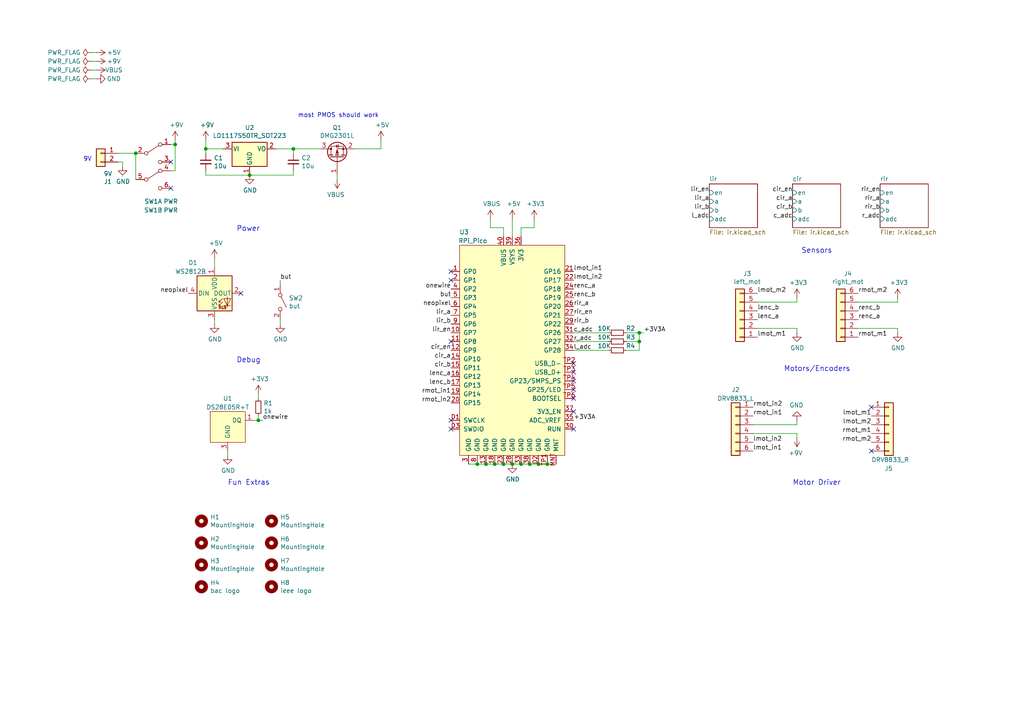
<source format=kicad_sch>
(kicad_sch (version 20231120) (generator "eeschema") (generator_version "8.0")
  (paper "A4")
  (title_block (title "MMv3") (rev "1"))
  (lib_symbols
    (symbol "Connector_Generic:Conn_01x02" (pin_names (offset 1.016) hide)
      (property "Reference" "J" (at 0 2.54 0))
      (property "Value" "Conn_01x02" (at 0 -5.08 0))
      (symbol "Conn_01x02_1_1"
        (rectangle (start -1.27 -2.413) (end 0 -2.667) (stroke (width 0.1524)))
        (rectangle (start -1.27 0.127) (end 0 -0.127) (stroke (width 0.1524)))
        (rectangle (start -1.27 1.27) (end 1.27 -3.81) (stroke (width 0.254)) (fill (type background)))
        (pin passive line (at -5.08 0 0) (length 3.81) (name "Pin_1") (number "1"))
        (pin passive line (at -5.08 -2.54 0) (length 3.81) (name "Pin_2") (number "2"))
      )
    )
    (symbol "Connector_Generic:Conn_01x06" (pin_names (offset 1.016) hide)
      (property "Reference" "J" (at 0 7.62 0))
      (property "Value" "Conn_01x06" (at 0 -10.16 0))
      (symbol "Conn_01x06_1_1"
        (rectangle (start -1.27 -7.493) (end 0 -7.747) (stroke (width 0.1524)))
        (rectangle (start -1.27 -4.953) (end 0 -5.207) (stroke (width 0.1524)))
        (rectangle (start -1.27 -2.413) (end 0 -2.667) (stroke (width 0.1524)))
        (rectangle (start -1.27 0.127) (end 0 -0.127) (stroke (width 0.1524)))
        (rectangle (start -1.27 2.667) (end 0 2.413) (stroke (width 0.1524)))
        (rectangle (start -1.27 5.207) (end 0 4.953) (stroke (width 0.1524)))
        (rectangle (start -1.27 6.35) (end 1.27 -8.89) (stroke (width 0.254)) (fill (type background)))
        (pin passive line (at -5.08 5.08 0) (length 3.81) (name "Pin_1") (number "1"))
        (pin passive line (at -5.08 2.54 0) (length 3.81) (name "Pin_2") (number "2"))
        (pin passive line (at -5.08 0 0) (length 3.81) (name "Pin_3") (number "3"))
        (pin passive line (at -5.08 -2.54 0) (length 3.81) (name "Pin_4") (number "4"))
        (pin passive line (at -5.08 -5.08 0) (length 3.81) (name "Pin_5") (number "5"))
        (pin passive line (at -5.08 -7.62 0) (length 3.81) (name "Pin_6") (number "6"))
      )
    )
    (symbol "Device:C_Small" (pin_numbers hide) (pin_names (offset 0.254) hide)
      (property "Reference" "C" (at 0.254 1.778 0))
      (property "Value" "C_Small" (at 0.254 -2.032 0))
      (symbol "C_Small_0_1"
        (polyline (pts (xy -1.524 -0.508) (xy 1.524 -0.508)) (stroke (width 0.3302)))
        (polyline (pts (xy -1.524 0.508) (xy 1.524 0.508)) (stroke (width 0.3048)))
      )
      (symbol "C_Small_1_1"
        (pin passive line (at 0 2.54 270) (length 2.032) (name "~") (number "1"))
        (pin passive line (at 0 -2.54 90) (length 2.032) (name "~") (number "2"))
      )
    )
    (symbol "Device:R_Small" (pin_numbers hide) (pin_names (offset 0.254) hide)
      (property "Reference" "R" (at 0.762 0.508 0))
      (property "Value" "R_Small" (at 0.762 -1.016 0))
      (symbol "R_Small_0_1"
        (rectangle (start -0.762 1.778) (end 0.762 -1.778) (stroke (width 0.2032)))
      )
      (symbol "R_Small_1_1"
        (pin passive line (at 0 2.54 270) (length 0.762) (name "~") (number "1"))
        (pin passive line (at 0 -2.54 90) (length 0.762) (name "~") (number "2"))
      )
    )
    (symbol "LED:WS2812B" (pin_names (offset 0.254))
      (property "Reference" "D" (at 5.08 5.715 0))
      (property "Value" "WS2812B" (at 1.27 -5.715 0))
      (symbol "WS2812B_0_0"
        (text "RGB" (at 2.286 -4.191 0) (effects (font (size 0.762 0.762))))
      )
      (symbol "WS2812B_0_1"
        (polyline (pts (xy 1.27 -3.556) (xy 1.778 -3.556)))
        (polyline (pts (xy 1.27 -2.54) (xy 1.778 -2.54)))
        (polyline (pts (xy 4.699 -3.556) (xy 2.667 -3.556)))
        (polyline (pts (xy 2.286 -2.54) (xy 1.27 -3.556) (xy 1.27 -3.048)))
        (polyline (pts (xy 2.286 -1.524) (xy 1.27 -2.54) (xy 1.27 -2.032)))
        (polyline (pts (xy 3.683 -1.016) (xy 3.683 -3.556) (xy 3.683 -4.064)))
        (polyline (pts (xy 4.699 -1.524) (xy 2.667 -1.524) (xy 3.683 -3.556) (xy 4.699 -1.524)))
        (rectangle (start 5.08 5.08) (end -5.08 -5.08) (stroke (width 0.254)) (fill (type background)))
      )
      (symbol "WS2812B_1_1"
        (pin power_in line (at 0 7.62 270) (length 2.54) (name "VDD") (number "1"))
        (pin output line (at 7.62 0 180) (length 2.54) (name "DOUT") (number "2"))
        (pin power_in line (at 0 -7.62 90) (length 2.54) (name "VSS") (number "3"))
        (pin input line (at -7.62 0 0) (length 2.54) (name "DIN") (number "4"))
      )
    )
    (symbol "Mechanical:MountingHole" (pin_names (offset 1.016))
      (property "Reference" "H" (at 0 5.08 0))
      (property "Value" "MountingHole" (at 0 3.175 0))
      (symbol "MountingHole_0_1"
        (circle (center 0 0) (radius 1.27) (stroke (width 1.27)))
      )
    )
    (symbol "Regulator_Linear:LD1117S50TR_SOT223" (pin_names (offset 0.254))
      (property "Reference" "U" (at -3.81 3.175 0))
      (property "Value" "LD1117S50TR_SOT223" (at 0 3.175 0))
      (symbol "LD1117S50TR_SOT223_0_1"
        (rectangle (start -5.08 -5.08) (end 5.08 1.905) (stroke (width 0.254)) (fill (type background)))
      )
      (symbol "LD1117S50TR_SOT223_1_1"
        (pin power_in line (at 0 -7.62 90) (length 2.54) (name "GND") (number "1"))
        (pin power_out line (at 7.62 0 180) (length 2.54) (name "VO") (number "2"))
        (pin power_in line (at -7.62 0 0) (length 2.54) (name "VI") (number "3"))
      )
    )
    (symbol "Switch:SW_DPDT_x2" (pin_names (offset 0) hide)
      (property "Reference" "SW" (at 0 4.318 0))
      (property "Value" "SW_DPDT_x2" (at 0 -5.08 0))
      (symbol "SW_DPDT_x2_0_0"
        (circle (center -2.032 0) (radius 0.508))
        (circle (center 2.032 -2.54) (radius 0.508))
      )
      (symbol "SW_DPDT_x2_0_1"
        (polyline (pts (xy -1.524 0.254) (xy 1.651 2.286)))
        (circle (center 2.032 2.54) (radius 0.508))
      )
      (symbol "SW_DPDT_x2_1_1"
        (pin passive line (at 5.08 2.54 180) (length 2.54) (name "A") (number "1"))
        (pin passive line (at -5.08 0 0) (length 2.54) (name "B") (number "2"))
        (pin passive line (at 5.08 -2.54 180) (length 2.54) (name "C") (number "3"))
      )
      (symbol "SW_DPDT_x2_2_1"
        (pin passive line (at 5.08 2.54 180) (length 2.54) (name "A") (number "4"))
        (pin passive line (at -5.08 0 0) (length 2.54) (name "B") (number "5"))
        (pin passive line (at 5.08 -2.54 180) (length 2.54) (name "C") (number "6"))
      )
    )
    (symbol "Switch:SW_SPST" (pin_names (offset 0) hide)
      (property "Reference" "SW" (at 0 3.175 0))
      (property "Value" "SW_SPST" (at 0 -2.54 0))
      (symbol "SW_SPST_0_0"
        (circle (center -2.032 0) (radius 0.508))
        (polyline (pts (xy -1.524 0.254) (xy 1.524 1.778)))
        (circle (center 2.032 0) (radius 0.508))
      )
      (symbol "SW_SPST_1_1"
        (pin passive line (at -5.08 0 0) (length 2.54) (name "A") (number "1"))
        (pin passive line (at 5.08 0 180) (length 2.54) (name "B") (number "2"))
      )
    )
    (symbol "Transistor_FET:DMG2301L" (pin_names hide)
      (property "Reference" "Q" (at 5.08 1.905 0))
      (property "Value" "DMG2301L" (at 5.08 0 0))
      (symbol "DMG2301L_0_1"
        (polyline (pts (xy 0.254 0) (xy -2.54 0)))
        (polyline (pts (xy 0.254 1.905) (xy 0.254 -1.905)) (stroke (width 0.254)))
        (polyline (pts (xy 0.762 -1.27) (xy 0.762 -2.286)) (stroke (width 0.254)))
        (polyline (pts (xy 0.762 0.508) (xy 0.762 -0.508)) (stroke (width 0.254)))
        (polyline (pts (xy 0.762 2.286) (xy 0.762 1.27)) (stroke (width 0.254)))
        (polyline (pts (xy 2.54 2.54) (xy 2.54 1.778)))
        (polyline (pts (xy 2.54 -2.54) (xy 2.54 0) (xy 0.762 0)))
        (polyline (pts (xy 0.762 1.778) (xy 3.302 1.778) (xy 3.302 -1.778) (xy 0.762 -1.778)))
        (polyline (pts (xy 2.286 0) (xy 1.27 0.381) (xy 1.27 -0.381) (xy 2.286 0)) (fill (type outline)))
        (polyline (pts (xy 2.794 -0.508) (xy 2.921 -0.381) (xy 3.683 -0.381) (xy 3.81 -0.254)))
        (polyline (pts (xy 3.302 -0.381) (xy 2.921 0.254) (xy 3.683 0.254) (xy 3.302 -0.381)))
        (circle (center 1.651 0) (radius 2.794) (stroke (width 0.254)))
        (circle (center 2.54 -1.778) (radius 0.254) (fill (type outline)))
        (circle (center 2.54 1.778) (radius 0.254) (fill (type outline)))
      )
      (symbol "DMG2301L_1_1"
        (pin input line (at -5.08 0 0) (length 2.54) (name "G") (number "1"))
        (pin passive line (at 2.54 -5.08 90) (length 2.54) (name "S") (number "2"))
        (pin passive line (at 2.54 5.08 270) (length 2.54) (name "D") (number "3"))
      )
    )
    (symbol "extraparts:DS28E05R+T" (pin_names (offset 1.016))
      (property "Reference" "U" (at 0 6.35 0))
      (property "Value" "DS28E05R+T" (at 0 3.81 0))
      (symbol "DS28E05R+T_0_1"
        (rectangle (start 5.08 -6.35) (end -5.08 2.54) (fill (type background)))
      )
      (symbol "DS28E05R+T_1_1"
        (pin bidirectional line (at 7.62 0 180) (length 2.54) (name "DQ") (number "1"))
        (pin no_connect line (at -5.08 0 0) (length 2.54) hide (name "NC") (number "2"))
        (pin bidirectional line (at 0 -8.89 90) (length 2.54) (name "GND") (number "3"))
      )
    )
    (symbol "extraparts:RPi_Pico" (pin_names (offset 1.016))
      (property "Reference" "U" (at -13.97 34.29 0))
      (property "Value" "RPi_Pico" (at -11.43 31.75 0))
      (symbol "RPi_Pico_0_1"
        (rectangle (start -15.24 -30.48) (end 15.24 30.48) (fill (type background)))
      )
      (symbol "RPi_Pico_1_1"
        (pin bidirectional line (at -17.78 22.86 0) (length 2.54) (name "GP0") (number "1"))
        (pin bidirectional line (at -17.78 5.08 0) (length 2.54) (name "GP7") (number "10"))
        (pin bidirectional line (at -17.78 2.54 0) (length 2.54) (name "GP8") (number "11"))
        (pin bidirectional line (at -17.78 0 0) (length 2.54) (name "GP9") (number "12"))
        (pin power_in line (at -7.62 -33.02 90) (length 2.54) (name "GND") (number "13"))
        (pin bidirectional line (at -17.78 -2.54 0) (length 2.54) (name "GP10") (number "14"))
        (pin bidirectional line (at -17.78 -5.08 0) (length 2.54) (name "GP11") (number "15"))
        (pin bidirectional line (at -17.78 -7.62 0) (length 2.54) (name "GP12") (number "16"))
        (pin bidirectional line (at -17.78 -10.16 0) (length 2.54) (name "GP13") (number "17"))
        (pin power_in line (at -5.08 -33.02 90) (length 2.54) (name "GND") (number "18"))
        (pin bidirectional line (at -17.78 -12.7 0) (length 2.54) (name "GP14") (number "19"))
        (pin bidirectional line (at -17.78 20.32 0) (length 2.54) (name "GP1") (number "2"))
        (pin bidirectional line (at -17.78 -15.24 0) (length 2.54) (name "GP15") (number "20"))
        (pin bidirectional line (at 17.78 22.86 180) (length 2.54) (name "GP16") (number "21"))
        (pin bidirectional line (at 17.78 20.32 180) (length 2.54) (name "GP17") (number "22"))
        (pin power_in line (at -2.54 -33.02 90) (length 2.54) (name "GND") (number "23"))
        (pin bidirectional line (at 17.78 17.78 180) (length 2.54) (name "GP18") (number "24"))
        (pin bidirectional line (at 17.78 15.24 180) (length 2.54) (name "GP19") (number "25"))
        (pin bidirectional line (at 17.78 12.7 180) (length 2.54) (name "GP20") (number "26"))
        (pin bidirectional line (at 17.78 10.16 180) (length 2.54) (name "GP21") (number "27"))
        (pin power_in line (at 0 -33.02 90) (length 2.54) (name "GND") (number "28"))
        (pin bidirectional line (at 17.78 7.62 180) (length 2.54) (name "GP22") (number "29"))
        (pin power_in line (at -12.7 -33.02 90) (length 2.54) (name "GND") (number "3"))
        (pin input line (at 17.78 -22.86 180) (length 2.54) (name "RUN") (number "30"))
        (pin bidirectional line (at 17.78 5.08 180) (length 2.54) (name "GP26") (number "31"))
        (pin bidirectional line (at 17.78 2.54 180) (length 2.54) (name "GP27") (number "32"))
        (pin power_in line (at 2.54 -33.02 90) (length 2.54) (name "GND") (number "33"))
        (pin bidirectional line (at 17.78 0 180) (length 2.54) (name "GP28") (number "34"))
        (pin input line (at 17.78 -20.32 180) (length 2.54) (name "ADC_VREF") (number "35"))
        (pin power_out line (at 2.54 33.02 270) (length 2.54) (name "3V3") (number "36"))
        (pin input line (at 17.78 -17.78 180) (length 2.54) (name "3V3_EN") (number "37"))
        (pin power_in line (at 5.08 -33.02 90) (length 2.54) (name "GND") (number "38"))
        (pin power_in line (at 0 33.02 270) (length 2.54) (name "VSYS") (number "39"))
        (pin bidirectional line (at -17.78 17.78 0) (length 2.54) (name "GP2") (number "4"))
        (pin power_in line (at -2.54 33.02 270) (length 2.54) (name "VBUS") (number "40"))
        (pin bidirectional line (at -17.78 15.24 0) (length 2.54) (name "GP3") (number "5"))
        (pin bidirectional line (at -17.78 12.7 0) (length 2.54) (name "GP4") (number "6"))
        (pin bidirectional line (at -17.78 10.16 0) (length 2.54) (name "GP5") (number "7"))
        (pin power_in line (at -10.16 -33.02 90) (length 2.54) (name "GND") (number "8"))
        (pin bidirectional line (at -17.78 7.62 0) (length 2.54) (name "GP6") (number "9"))
        (pin input line (at -17.78 -20.32 0) (length 2.54) (name "SWCLK") (number "D1"))
        (pin power_in line (at 7.62 -33.02 90) (length 2.54) (name "GND") (number "D2"))
        (pin bidirectional line (at -17.78 -22.86 0) (length 2.54) (name "SWDIO") (number "D3"))
        (pin input line (at 12.7 -33.02 90) (length 2.54) (name "MNT") (number "MNT"))
        (pin power_in line (at 10.16 -33.02 90) (length 2.54) (name "GND") (number "TP1"))
        (pin bidirectional line (at 17.78 -3.81 180) (length 2.54) (name "USB_D-") (number "TP2"))
        (pin bidirectional line (at 17.78 -6.35 180) (length 2.54) (name "USB_D+") (number "TP3"))
        (pin bidirectional line (at 17.78 -8.89 180) (length 2.54) (name "GP23/SMPS_PS") (number "TP4"))
        (pin bidirectional line (at 17.78 -11.43 180) (length 2.54) (name "GP25/LED") (number "TP5"))
        (pin input line (at 17.78 -13.97 180) (length 2.54) (name "BOOTSEL") (number "TP6"))
      )
    )
    (symbol "power:+3V3" (power) (pin_names (offset 0))
      (property "Value" "+3V3" (at 0 3.556 0))
      (symbol "+3V3_0_1"
        (polyline (pts (xy -0.762 1.27) (xy 0 2.54)))
        (polyline (pts (xy 0 0) (xy 0 2.54)))
        (polyline (pts (xy 0 2.54) (xy 0.762 1.27)))
      )
      (symbol "+3V3_1_1"
        (pin power_in line (at 0 0 90) (length 0) hide (name "+3V3") (number "1"))
      )
    )
    (symbol "power:+5V" (power) (pin_names (offset 0))
      (property "Value" "+5V" (at 0 3.556 0))
      (symbol "+5V_0_1"
        (polyline (pts (xy -0.762 1.27) (xy 0 2.54)))
        (polyline (pts (xy 0 0) (xy 0 2.54)))
        (polyline (pts (xy 0 2.54) (xy 0.762 1.27)))
      )
      (symbol "+5V_1_1"
        (pin power_in line (at 0 0 90) (length 0) hide (name "+5V") (number "1"))
      )
    )
    (symbol "power:+9V" (power) (pin_names (offset 0))
      (property "Value" "+9V" (at 0 3.556 0))
      (symbol "+9V_0_1"
        (polyline (pts (xy -0.762 1.27) (xy 0 2.54)))
        (polyline (pts (xy 0 0) (xy 0 2.54)))
        (polyline (pts (xy 0 2.54) (xy 0.762 1.27)))
      )
      (symbol "+9V_1_1"
        (pin power_in line (at 0 0 90) (length 0) hide (name "+9V") (number "1"))
      )
    )
    (symbol "power:GND" (power) (pin_names (offset 0))
      (property "Value" "GND" (at 0 -3.81 0))
      (symbol "GND_0_1"
        (polyline (pts (xy 0 0) (xy 0 -1.27) (xy 1.27 -1.27) (xy 0 -2.54) (xy -1.27 -1.27) (xy 0 -1.27)))
      )
      (symbol "GND_1_1"
        (pin power_in line (at 0 0 270) (length 0) hide (name "GND") (number "1"))
      )
    )
    (symbol "power:PWR_FLAG" (power) (pin_numbers hide) (pin_names (offset 0) hide)
      (property "Value" "PWR_FLAG" (at 0 3.81 0))
      (symbol "PWR_FLAG_0_0"
        (pin power_out line (at 0 0 90) (length 0) (name "pwr") (number "1"))
      )
      (symbol "PWR_FLAG_0_1"
        (polyline (pts (xy 0 0) (xy 0 1.27) (xy -1.016 1.905) (xy 0 2.54) (xy 1.016 1.905) (xy 0 1.27)))
      )
    )
    (symbol "power:VBUS" (power) (pin_names (offset 0))
      (property "Value" "VBUS" (at 0 3.81 0))
      (symbol "VBUS_0_1"
        (polyline (pts (xy -0.762 1.27) (xy 0 2.54)))
        (polyline (pts (xy 0 0) (xy 0 2.54)))
        (polyline (pts (xy 0 2.54) (xy 0.762 1.27)))
      )
      (symbol "VBUS_1_1"
        (pin power_in line (at 0 0 90) (length 0) hide (name "VBUS") (number "1"))
      )
    )
  )
  (junction (at 185.42 96.52))
  (junction (at 185.42 99.06))
  (junction (at 50.8 41.91))
  (junction (at 151.13 134.62))
  (junction (at 39.37 44.45))
  (junction (at 143.51 134.62))
  (junction (at 158.75 134.62))
  (junction (at 138.43 134.62))
  (junction (at 74.93 121.92))
  (junction (at 59.69 43.18))
  (junction (at 156.21 134.62))
  (junction (at 72.39 50.8))
  (junction (at 85.09 43.18))
  (junction (at 153.67 134.62))
  (junction (at 140.97 134.62))
  (junction (at 146.05 134.62))
  (junction (at 148.59 134.62))
  (no_connect (at 166.37 124.46))
  (no_connect (at 130.81 81.28))
  (no_connect (at 49.53 54.61))
  (no_connect (at 130.81 78.74))
  (no_connect (at 166.37 107.95))
  (no_connect (at 69.85 85.09))
  (no_connect (at 166.37 115.57))
  (no_connect (at 49.53 46.99))
  (no_connect (at 130.81 99.06))
  (no_connect (at 252.73 118.11))
  (no_connect (at 166.37 105.41))
  (no_connect (at 166.37 113.03))
  (no_connect (at 166.37 110.49))
  (no_connect (at 130.81 124.46))
  (no_connect (at 130.81 121.92))
  (no_connect (at 252.73 130.81))
  (no_connect (at 166.37 119.38))
  (wire (pts (xy 76.2 121.92) (xy 74.93 121.92)))
  (wire (pts (xy 142.24 66.04) (xy 146.05 66.04)))
  (wire (pts (xy 231.14 95.25) (xy 219.71 95.25)))
  (wire (pts (xy 143.51 134.62) (xy 146.05 134.62)))
  (wire (pts (xy 74.93 120.65) (xy 74.93 121.92)))
  (wire (pts (xy 219.71 87.63) (xy 231.14 87.63)))
  (wire (pts (xy 153.67 134.62) (xy 156.21 134.62)))
  (wire (pts (xy 35.56 48.26) (xy 35.56 46.99)))
  (wire (pts (xy 158.75 134.62) (xy 161.29 134.62)))
  (wire (pts (xy 231.14 125.73) (xy 231.14 127)))
  (wire (pts (xy 248.92 87.63) (xy 260.35 87.63)))
  (wire (pts (xy 35.56 46.99) (xy 34.29 46.99)))
  (wire (pts (xy 27.94 17.78) (xy 26.67 17.78)))
  (wire (pts (xy 148.59 68.58) (xy 148.59 63.5)))
  (wire (pts (xy 231.14 87.63) (xy 231.14 86.36)))
  (wire (pts (xy 97.79 50.8) (xy 97.79 52.07)))
  (wire (pts (xy 26.67 20.32) (xy 27.94 20.32)))
  (wire (pts (xy 59.69 43.18) (xy 64.77 43.18)))
  (wire (pts (xy 151.13 66.04) (xy 154.94 66.04)))
  (wire (pts (xy 186.69 96.52) (xy 185.42 96.52)))
  (wire (pts (xy 185.42 99.06) (xy 185.42 96.52)))
  (wire (pts (xy 85.09 44.45) (xy 85.09 43.18)))
  (wire (pts (xy 166.37 96.52) (xy 176.53 96.52)))
  (wire (pts (xy 166.37 101.6) (xy 176.53 101.6)))
  (wire (pts (xy 59.69 49.53) (xy 59.69 50.8)))
  (wire (pts (xy 148.59 134.62) (xy 151.13 134.62)))
  (wire (pts (xy 72.39 50.8) (xy 85.09 50.8)))
  (wire (pts (xy 151.13 134.62) (xy 153.67 134.62)))
  (wire (pts (xy 151.13 68.58) (xy 151.13 66.04)))
  (wire (pts (xy 62.23 74.93) (xy 62.23 77.47)))
  (wire (pts (xy 102.87 43.18) (xy 110.49 43.18)))
  (wire (pts (xy 181.61 99.06) (xy 185.42 99.06)))
  (wire (pts (xy 85.09 50.8) (xy 85.09 49.53)))
  (wire (pts (xy 59.69 40.64) (xy 59.69 43.18)))
  (wire (pts (xy 85.09 43.18) (xy 80.01 43.18)))
  (wire (pts (xy 181.61 101.6) (xy 185.42 101.6)))
  (wire (pts (xy 49.53 49.53) (xy 50.8 49.53)))
  (wire (pts (xy 185.42 101.6) (xy 185.42 99.06)))
  (wire (pts (xy 59.69 44.45) (xy 59.69 43.18)))
  (wire (pts (xy 81.28 81.28) (xy 81.28 82.55)))
  (wire (pts (xy 34.29 44.45) (xy 39.37 44.45)))
  (wire (pts (xy 146.05 134.62) (xy 148.59 134.62)))
  (wire (pts (xy 66.04 132.08) (xy 66.04 130.81)))
  (wire (pts (xy 26.67 22.86) (xy 27.94 22.86)))
  (wire (pts (xy 231.14 121.92) (xy 231.14 123.19)))
  (wire (pts (xy 39.37 52.07) (xy 39.37 44.45)))
  (wire (pts (xy 231.14 96.52) (xy 231.14 95.25)))
  (wire (pts (xy 146.05 66.04) (xy 146.05 68.58)))
  (wire (pts (xy 260.35 96.52) (xy 260.35 95.25)))
  (wire (pts (xy 260.35 95.25) (xy 248.92 95.25)))
  (wire (pts (xy 135.89 134.62) (xy 138.43 134.62)))
  (wire (pts (xy 27.94 15.24) (xy 26.67 15.24)))
  (wire (pts (xy 59.69 50.8) (xy 72.39 50.8)))
  (wire (pts (xy 231.14 123.19) (xy 218.44 123.19)))
  (wire (pts (xy 218.44 125.73) (xy 231.14 125.73)))
  (wire (pts (xy 260.35 87.63) (xy 260.35 86.36)))
  (wire (pts (xy 140.97 134.62) (xy 143.51 134.62)))
  (wire (pts (xy 62.23 93.98) (xy 62.23 92.71)))
  (wire (pts (xy 138.43 134.62) (xy 140.97 134.62)))
  (wire (pts (xy 74.93 115.57) (xy 74.93 114.3)))
  (wire (pts (xy 92.71 43.18) (xy 85.09 43.18)))
  (wire (pts (xy 74.93 121.92) (xy 73.66 121.92)))
  (wire (pts (xy 156.21 134.62) (xy 158.75 134.62)))
  (wire (pts (xy 50.8 49.53) (xy 50.8 41.91)))
  (wire (pts (xy 154.94 66.04) (xy 154.94 63.5)))
  (wire (pts (xy 142.24 63.5) (xy 142.24 66.04)))
  (wire (pts (xy 110.49 43.18) (xy 110.49 40.64)))
  (wire (pts (xy 181.61 96.52) (xy 185.42 96.52)))
  (wire (pts (xy 166.37 99.06) (xy 176.53 99.06)))
  (wire (pts (xy 50.8 40.64) (xy 50.8 41.91)))
  (wire (pts (xy 50.8 41.91) (xy 49.53 41.91)))
  (wire (pts (xy 81.28 93.98) (xy 81.28 92.71)))
  (text "Motor Driver" (at 229.87 140.97 0) (effects (font (size 1.4986 1.4986)) (justify left bottom)))
  (text "Sensors" (at 232.41 73.66 0) (effects (font (size 1.4986 1.4986)) (justify left bottom)))
  (text "Power" (at 68.58 67.31 0) (effects (font (size 1.4986 1.4986)) (justify left bottom)))
  (text "Motors/Encoders" (at 227.33 107.95 0) (effects (font (size 1.4986 1.4986)) (justify left bottom)))
  (text "9V" (at 24.13 46.99 0) (effects (font (size 1.27 1.27)) (justify left bottom)))
  (text "most PMOS should work" (at 86.36 34.29 0) (effects (font (size 1.27 1.27)) (justify left bottom)))
  (text "Debug" (at 68.58 105.41 0) (effects (font (size 1.4986 1.4986)) (justify left bottom)))
  (text "Fun Extras" (at 66.04 140.97 0) (effects (font (size 1.4986 1.4986)) (justify left bottom)))
  (label "rmot_m2" (at 248.92 85.09 0))
  (label "lenc_b" (at 130.81 111.76 180))
  (label "rmot_in1" (at 218.44 120.65 0))
  (label "lmot_in2" (at 218.44 128.27 0))
  (label "but" (at 130.81 86.36 180))
  (label "cir_en" (at 229.87 55.88 180))
  (label "l_adc" (at 205.74 63.5 180))
  (label "lenc_b" (at 219.71 90.17 0))
  (label "neopixel" (at 130.81 88.9 180))
  (label "lir_a" (at 205.74 58.42 180))
  (label "r_adc" (at 255.27 63.5 180))
  (label "rmot_in2" (at 218.44 118.11 0))
  (label "cir_a" (at 229.87 58.42 180))
  (label "rir_a" (at 166.37 88.9 0))
  (label "lir_b" (at 130.81 93.98 180))
  (label "onewire" (at 130.81 83.82 180))
  (label "l_adc" (at 166.37 101.6 0))
  (label "rir_en" (at 255.27 55.88 180))
  (label "lmot_m1" (at 219.71 97.79 0))
  (label "rmot_m1" (at 248.92 97.79 0))
  (label "rir_a" (at 255.27 58.42 180))
  (label "+3V3A" (at 166.37 121.92 0))
  (label "onewire" (at 76.2 121.92 0))
  (label "cir_a" (at 130.81 104.14 180))
  (label "lenc_a" (at 219.71 92.71 0))
  (label "lir_en" (at 205.74 55.88 180))
  (label "lir_b" (at 205.74 60.96 180))
  (label "rmot_in1" (at 130.81 114.3 180))
  (label "renc_b" (at 248.92 90.17 0))
  (label "lir_a" (at 130.81 91.44 180))
  (label "neopixel" (at 54.61 85.09 180))
  (label "lmot_m2" (at 219.71 85.09 0))
  (label "rir_b" (at 255.27 60.96 180))
  (label "lmot_m2" (at 252.73 123.19 180))
  (label "rir_en" (at 166.37 91.44 0))
  (label "rmot_m1" (at 252.73 125.73 180))
  (label "lenc_a" (at 130.81 109.22 180))
  (label "lmot_in2" (at 166.37 81.28 0))
  (label "+3V3A" (at 186.69 96.52 0))
  (label "cir_en" (at 130.81 101.6 180))
  (label "lir_en" (at 130.81 96.52 180))
  (label "renc_a" (at 166.37 83.82 0))
  (label "c_adc" (at 229.87 63.5 180))
  (label "rir_b" (at 166.37 93.98 0))
  (label "r_adc" (at 166.37 99.06 0))
  (label "cir_b" (at 229.87 60.96 180))
  (label "rmot_in2" (at 130.81 116.84 180))
  (label "cir_b" (at 130.81 106.68 180))
  (label "lmot_in1" (at 166.37 78.74 0))
  (label "lmot_m1" (at 252.73 120.65 180))
  (label "rmot_m2" (at 252.73 128.27 180))
  (label "lmot_in1" (at 218.44 130.81 0))
  (label "but" (at 81.28 81.28 0))
  (label "renc_a" (at 248.92 92.71 0))
  (label "renc_b" (at 166.37 86.36 0))
  (label "c_adc" (at 166.37 96.52 0))
  (symbol (lib_id "extraparts:RPi_Pico") (at 148.59 101.6 0) (unit 1)
    (property "Reference" "U3" (at 134.62 67.31 0))
    (property "Value" "RPi_Pico" (at 137.16 69.85 0))
    (property "Footprint" "RASPBERRY_PI_PICO:RASPBERRY_PI_PICO" (effects (hide yes)))
  )
  (symbol (lib_id "power:+9V") (at 50.8 40.64 0) (unit 1)
    (property "Reference" "#PWR06" (effects (hide yes)))
    (property "Value" "+9V" (at 51.181 36.2458 0))
  )
  (symbol (lib_id "Regulator_Linear:LD1117S50TR_SOT223") (at 72.39 43.18 0) (unit 1)
    (property "Reference" "U2" (at 72.39 37.0332 0))
    (property "Value" "LD1117S50TR_SOT223" (at 72.39 39.3446 0))
    (property "Footprint" "Package_TO_SOT_SMD:SOT-223-3_TabPin2" (effects (hide yes)))
    (property "Datasheet" "http://www.st.com/st-web-ui/static/active/en/resource/technical/document/datasheet/CD00000544.pdf" (effects (hide yes)))
  )
  (symbol (lib_id "Device:C_Small") (at 59.69 46.99 0) (unit 1)
    (property "Reference" "C1" (at 62.0268 45.8216 0) (effects (justify left)))
    (property "Value" "10u" (at 62.0268 48.133 0) (effects (justify left)))
    (property "Footprint" "Capacitor_SMD:C_0805_2012Metric" (effects (hide yes)))
  )
  (symbol (lib_id "Device:C_Small") (at 85.09 46.99 0) (unit 1)
    (property "Reference" "C2" (at 87.4268 45.8216 0) (effects (justify left)))
    (property "Value" "10u" (at 87.4268 48.133 0) (effects (justify left)))
    (property "Footprint" "Capacitor_SMD:C_0805_2012Metric" (effects (hide yes)))
  )
  (symbol (lib_id "power:GND") (at 72.39 50.8 0) (unit 1)
    (property "Reference" "#PWR011" (effects (hide yes)))
    (property "Value" "GND" (at 72.517 55.1942 0))
  )
  (symbol (lib_id "power:+9V") (at 59.69 40.64 0) (unit 1)
    (property "Reference" "#PWR07" (effects (hide yes)))
    (property "Value" "+9V" (at 60.071 36.2458 0))
  )
  (symbol (lib_id "power:+5V") (at 148.59 63.5 0) (unit 1)
    (property "Reference" "#PWR017" (effects (hide yes)))
    (property "Value" "+5V" (at 148.971 59.1058 0))
  )
  (symbol (lib_id "power:+3V3") (at 154.94 63.5 0) (unit 1)
    (property "Reference" "#PWR019" (effects (hide yes)))
    (property "Value" "+3V3" (at 155.321 59.1058 0))
  )
  (symbol (lib_id "power:VBUS") (at 142.24 63.5 0) (unit 1)
    (property "Reference" "#PWR016" (effects (hide yes)))
    (property "Value" "VBUS" (at 142.621 59.1058 0))
  )
  (symbol (lib_id "power:VBUS") (at 97.79 52.07 180) (unit 1)
    (property "Reference" "#PWR014" (effects (hide yes)))
    (property "Value" "VBUS" (at 97.409 56.4642 0))
  )
  (symbol (lib_id "Switch:SW_SPST") (at 81.28 87.63 270) (unit 1)
    (property "Reference" "SW2" (at 83.7692 86.4616 90) (effects (justify left)))
    (property "Value" "but" (at 83.7692 88.773 90) (effects (justify left)))
    (property "Footprint" "Button_Switch_SMD:SW_SPST_PTS810" (effects (hide yes)))
  )
  (symbol (lib_id "LED:WS2812B") (at 62.23 85.09 0) (unit 1)
    (property "Reference" "D1" (at 54.61 76.2 0) (effects (justify left)))
    (property "Value" "WS2812B" (at 50.8 78.74 0) (effects (justify left)))
    (property "Footprint" "LED_SMD:LED_WS2812B_PLCC4_5.0x5.0mm_P3.2mm" (effects (hide yes)))
    (property "Datasheet" "https://cdn-shop.adafruit.com/datasheets/WS2812B.pdf" (effects (hide yes)))
  )
  (symbol (lib_id "power:+5V") (at 62.23 74.93 0) (unit 1)
    (property "Reference" "#PWR08" (effects (hide yes)))
    (property "Value" "+5V" (at 62.611 70.5358 0))
  )
  (symbol (lib_id "power:GND") (at 62.23 93.98 0) (unit 1)
    (property "Reference" "#PWR09" (effects (hide yes)))
    (property "Value" "GND" (at 62.357 98.3742 0))
  )
  (symbol (lib_id "power:GND") (at 81.28 93.98 0) (unit 1)
    (property "Reference" "#PWR013" (effects (hide yes)))
    (property "Value" "GND" (at 81.407 98.3742 0))
  )
  (symbol (lib_id "power:GND") (at 148.59 134.62 0) (unit 1)
    (property "Reference" "#PWR018" (effects (hide yes)))
    (property "Value" "GND" (at 148.717 139.0142 0))
  )
  (symbol (lib_id "power:+5V") (at 110.49 40.64 0) (unit 1)
    (property "Reference" "#PWR015" (effects (hide yes)))
    (property "Value" "+5V" (at 110.871 36.2458 0))
  )
  (symbol (lib_id "extraparts:DS28E05R+T") (at 66.04 121.92 0) (unit 1)
    (property "Reference" "U1" (at 66.04 115.57 0))
    (property "Value" "DS28E05R+T" (at 66.04 118.11 0))
    (property "Footprint" "Package_TO_SOT_SMD:SOT-23" (effects (hide yes)))
  )
  (symbol (lib_id "Device:R_Small") (at 74.93 118.11 0) (unit 1)
    (property "Reference" "R1" (at 76.4286 116.9416 0) (effects (justify left)))
    (property "Value" "1k" (at 76.4286 119.253 0) (effects (justify left)))
    (property "Footprint" "Resistor_SMD:R_0805_2012Metric" (effects (hide yes)))
  )
  (symbol (lib_id "power:+3V3") (at 74.93 114.3 0) (unit 1)
    (property "Reference" "#PWR012" (effects (hide yes)))
    (property "Value" "+3V3" (at 75.311 109.9058 0))
  )
  (symbol (lib_id "power:GND") (at 66.04 132.08 0) (unit 1)
    (property "Reference" "#PWR010" (effects (hide yes)))
    (property "Value" "GND" (at 66.167 136.4742 0))
  )
  (symbol (lib_id "Device:R_Small") (at 179.07 96.52 270) (unit 1)
    (property "Reference" "R2" (at 182.88 95.25 90))
    (property "Value" "10K" (at 175.26 95.25 90))
    (property "Footprint" "Resistor_SMD:R_0805_2012Metric" (effects (hide yes)))
  )
  (symbol (lib_id "Device:R_Small") (at 179.07 99.06 270) (unit 1)
    (property "Reference" "R3" (at 182.88 97.79 90))
    (property "Value" "10K" (at 175.26 97.79 90))
    (property "Footprint" "Resistor_SMD:R_0805_2012Metric" (effects (hide yes)))
  )
  (symbol (lib_id "Device:R_Small") (at 179.07 101.6 270) (unit 1)
    (property "Reference" "R4" (at 182.88 100.33 90))
    (property "Value" "10K" (at 175.26 100.33 90))
    (property "Footprint" "Resistor_SMD:R_0805_2012Metric" (effects (hide yes)))
  )
  (symbol (lib_id "Transistor_FET:DMG2301L") (at 97.79 45.72 90) (unit 1)
    (property "Reference" "Q1" (at 97.79 37.0332 90))
    (property "Value" "DMG2301L" (at 97.79 39.3446 90))
    (property "Footprint" "Package_TO_SOT_SMD:SOT-23" (effects (hide yes)))
    (property "Datasheet" "https://www.diodes.com/assets/Datasheets/DMG2301L.pdf" (effects (hide yes)))
  )
  (symbol (lib_id "Connector_Generic:Conn_01x06") (at 214.63 92.71 180) (unit 1)
    (property "Reference" "J3" (at 216.7128 79.375 0))
    (property "Value" "left_mot" (at 216.7128 81.6864 0))
    (property "Footprint" "extraparts:JST_ZH_Vert_6pin" (effects (hide yes)))
  )
  (symbol (lib_id "power:GND") (at 231.14 96.52 0) (unit 1)
    (property "Reference" "#PWR021" (effects (hide yes)))
    (property "Value" "GND" (at 231.267 100.9142 0))
  )
  (symbol (lib_id "power:+3V3") (at 231.14 86.36 0) (unit 1)
    (property "Reference" "#PWR020" (effects (hide yes)))
    (property "Value" "+3V3" (at 231.521 81.9658 0))
  )
  (symbol (lib_id "Connector_Generic:Conn_01x06") (at 243.84 92.71 180) (unit 1)
    (property "Reference" "J4" (at 245.9228 79.375 0))
    (property "Value" "right_mot" (at 245.9228 81.6864 0))
    (property "Footprint" "extraparts:JST_ZH_Vert_6pin" (effects (hide yes)))
  )
  (symbol (lib_id "power:GND") (at 260.35 96.52 0) (unit 1)
    (property "Reference" "#PWR025" (effects (hide yes)))
    (property "Value" "GND" (at 260.477 100.9142 0))
  )
  (symbol (lib_id "power:+3V3") (at 260.35 86.36 0) (unit 1)
    (property "Reference" "#PWR024" (effects (hide yes)))
    (property "Value" "+3V3" (at 260.731 81.9658 0))
  )
  (symbol (lib_id "Connector_Generic:Conn_01x06") (at 213.36 123.19 0) (mirror y) (unit 1)
    (property "Reference" "J2" (at 213.36 113.03 0))
    (property "Value" "DRV8833_L" (at 213.36 115.57 0))
    (property "Footprint" "Connector_PinSocket_2.54mm:PinSocket_1x06_P2.54mm_Vertical" (effects (hide yes)))
  )
  (symbol (lib_id "Connector_Generic:Conn_01x06") (at 257.81 123.19 0) (unit 1)
    (property "Reference" "J5" (at 256.54 135.89 0) (effects (justify left)))
    (property "Value" "DRV8833_R" (at 252.73 133.35 0) (effects (justify left)))
    (property "Footprint" "Connector_PinSocket_2.54mm:PinSocket_1x06_P2.54mm_Vertical" (effects (hide yes)))
  )
  (symbol (lib_id "power:GND") (at 231.14 121.92 180) (unit 1)
    (property "Reference" "#PWR022" (effects (hide yes)))
    (property "Value" "GND" (at 231.013 117.5258 0))
  )
  (symbol (lib_id "power:+9V") (at 231.14 127 180) (unit 1)
    (property "Reference" "#PWR023" (effects (hide yes)))
    (property "Value" "+9V" (at 230.759 131.3942 0))
  )
  (symbol (lib_id "Mechanical:MountingHole") (at 58.42 151.13 0) (unit 1)
    (property "Reference" "H1" (at 60.96 149.9616 0) (effects (justify left)))
    (property "Value" "MountingHole" (at 60.96 152.273 0) (effects (justify left)))
    (property "Footprint" "MountingHole:MountingHole_3.2mm_M3_Pad_TopBottom" (effects (hide yes)))
  )
  (symbol (lib_id "Switch:SW_DPDT_x2") (at 44.45 44.45 0) (unit 1)
    (property "Reference" "SW1" (at 44.45 58.42 0))
    (property "Value" "PWR" (at 49.53 58.42 0))
    (property "Footprint" "Button_Switch_THT:SW_CuK_JS202011CQN_DPDT_Straight" (effects (hide yes)))
  )
  (symbol (lib_id "Switch:SW_DPDT_x2") (at 44.45 52.07 0) (unit 2)
    (property "Reference" "SW1" (at 44.45 60.96 0))
    (property "Value" "PWR" (at 49.53 60.96 0))
    (property "Footprint" "Button_Switch_THT:SW_CuK_JS202011CQN_DPDT_Straight" (effects (hide yes)))
  )
  (symbol (lib_id "Mechanical:MountingHole") (at 58.42 170.18 0) (unit 1)
    (property "Reference" "H4" (at 60.96 169.0116 0) (effects (justify left)))
    (property "Value" "bac logo" (at 60.96 171.323 0) (effects (justify left)))
    (property "Footprint" "extraparts:bac_logo" (effects (hide yes)))
  )
  (symbol (lib_id "Mechanical:MountingHole") (at 78.74 170.18 0) (unit 1)
    (property "Reference" "H8" (at 81.28 169.0116 0) (effects (justify left)))
    (property "Value" "ieee logo" (at 81.28 171.323 0) (effects (justify left)))
    (property "Footprint" "extraparts:ieee_logo" (effects (hide yes)))
  )
  (symbol (lib_id "Connector_Generic:Conn_01x02") (at 29.21 44.45 0) (mirror y) (unit 1)
    (property "Reference" "J1" (at 31.2928 52.705 0))
    (property "Value" "9V" (at 31.2928 50.3936 0))
    (property "Footprint" "extraparts:Keystone_593_594" (effects (hide yes)))
  )
  (symbol (lib_id "power:GND") (at 35.56 48.26 0) (unit 1)
    (property "Reference" "#PWR05" (effects (hide yes)))
    (property "Value" "GND" (at 35.687 52.6542 0))
  )
  (symbol (lib_id "Mechanical:MountingHole") (at 58.42 157.48 0) (unit 1)
    (property "Reference" "H2" (at 60.96 156.3116 0) (effects (justify left)))
    (property "Value" "MountingHole" (at 60.96 158.623 0) (effects (justify left)))
    (property "Footprint" "MountingHole:MountingHole_3.2mm_M3_Pad_TopBottom" (effects (hide yes)))
  )
  (symbol (lib_id "Mechanical:MountingHole") (at 78.74 151.13 0) (unit 1)
    (property "Reference" "H5" (at 81.28 149.9616 0) (effects (justify left)))
    (property "Value" "MountingHole" (at 81.28 152.273 0) (effects (justify left)))
    (property "Footprint" "MountingHole:MountingHole_3.2mm_M3_Pad_TopBottom" (effects (hide yes)))
  )
  (symbol (lib_id "Mechanical:MountingHole") (at 78.74 157.48 0) (unit 1)
    (property "Reference" "H6" (at 81.28 156.3116 0) (effects (justify left)))
    (property "Value" "MountingHole" (at 81.28 158.623 0) (effects (justify left)))
    (property "Footprint" "MountingHole:MountingHole_3.2mm_M3_Pad_TopBottom" (effects (hide yes)))
  )
  (symbol (lib_id "power:PWR_FLAG") (at 26.67 15.24 90) (unit 1)
    (property "Reference" "#FLG01" (effects (hide yes)))
    (property "Value" "PWR_FLAG" (at 23.4188 15.24 90) (effects (justify left)))
  )
  (symbol (lib_id "power:+5V") (at 27.94 15.24 270) (unit 1)
    (property "Reference" "#PWR01" (effects (hide yes)))
    (property "Value" "+5V" (at 33.02 15.24 90))
  )
  (symbol (lib_id "power:+9V") (at 27.94 17.78 270) (unit 1)
    (property "Reference" "#PWR02" (effects (hide yes)))
    (property "Value" "+9V" (at 33.02 17.78 90))
  )
  (symbol (lib_id "power:PWR_FLAG") (at 26.67 17.78 90) (unit 1)
    (property "Reference" "#FLG02" (effects (hide yes)))
    (property "Value" "PWR_FLAG" (at 23.4188 17.78 90) (effects (justify left)))
  )
  (symbol (lib_id "power:VBUS") (at 27.94 20.32 270) (unit 1)
    (property "Reference" "#PWR03" (effects (hide yes)))
    (property "Value" "VBUS" (at 33.02 20.32 90))
  )
  (symbol (lib_id "power:PWR_FLAG") (at 26.67 20.32 90) (unit 1)
    (property "Reference" "#FLG03" (effects (hide yes)))
    (property "Value" "PWR_FLAG" (at 23.4188 20.32 90) (effects (justify left)))
  )
  (symbol (lib_id "power:GND") (at 27.94 22.86 90) (unit 1)
    (property "Reference" "#PWR04" (effects (hide yes)))
    (property "Value" "GND" (at 33.02 22.86 90))
  )
  (symbol (lib_id "power:PWR_FLAG") (at 26.67 22.86 90) (unit 1)
    (property "Reference" "#FLG04" (effects (hide yes)))
    (property "Value" "PWR_FLAG" (at 23.4188 22.86 90) (effects (justify left)))
  )
  (symbol (lib_id "Mechanical:MountingHole") (at 58.42 163.83 0) (unit 1)
    (property "Reference" "H3" (at 60.96 162.6616 0) (effects (justify left)))
    (property "Value" "MountingHole" (at 60.96 164.973 0) (effects (justify left)))
    (property "Footprint" "MountingHole:MountingHole_3.2mm_M3_Pad_TopBottom" (effects (hide yes)))
  )
  (symbol (lib_id "Mechanical:MountingHole") (at 78.74 163.83 0) (unit 1)
    (property "Reference" "H7" (at 81.28 162.6616 0) (effects (justify left)))
    (property "Value" "MountingHole" (at 81.28 164.973 0) (effects (justify left)))
    (property "Footprint" "MountingHole:MountingHole_3.2mm_M3_Pad_TopBottom" (effects (hide yes)))
  )
  (sheet (at 205.74 53.34) (size 13.97 12.7)
    (property "Sheetname" "lir" (at 205.74 52.6284 0) (effects (justify left bottom)))
    (property "Sheetfile" "ir.kicad_sch" (at 205.74 66.6246 0) (effects (justify left top)))
    (pin "en" input (at 205.74 55.88 180))
    (pin "a" input (at 205.74 58.42 180))
    (pin "b" input (at 205.74 60.96 180))
    (pin "adc" input (at 205.74 63.5 180))
  )
  (sheet (at 229.87 53.34) (size 13.97 12.7)
    (property "Sheetname" "cir" (at 229.87 52.6284 0) (effects (justify left bottom)))
    (property "Sheetfile" "ir.kicad_sch" (at 229.87 66.6246 0) (effects (justify left top)))
    (pin "en" input (at 229.87 55.88 180))
    (pin "a" input (at 229.87 58.42 180))
    (pin "b" input (at 229.87 60.96 180))
    (pin "adc" input (at 229.87 63.5 180))
  )
  (sheet (at 255.27 53.34) (size 13.97 12.7)
    (property "Sheetname" "rir" (at 255.27 52.6284 0) (effects (justify left bottom)))
    (property "Sheetfile" "ir.kicad_sch" (at 255.27 66.6246 0) (effects (justify left top)))
    (pin "en" input (at 255.27 55.88 180))
    (pin "a" input (at 255.27 58.42 180))
    (pin "b" input (at 255.27 60.96 180))
    (pin "adc" input (at 255.27 63.5 180))
  )
)
</source>
